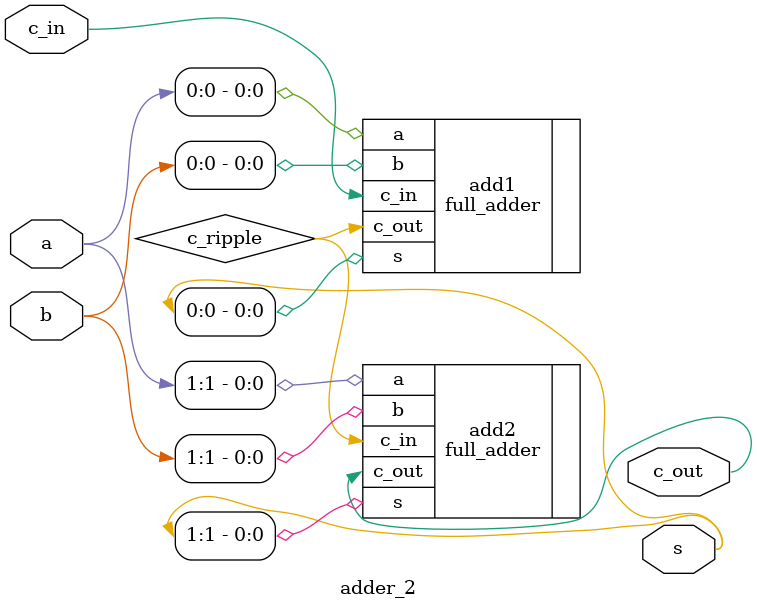
<source format=v>
`timescale 1ns / 1ps

module adder_2(
	input [1:0] a,
	input [1:0] b,
	input c_in,
	output [1:0] s,
	output c_out
);
	 
	wire c_ripple;
	
	full_adder add1(
		.a(a[0]),
		.b(b[0]),
		.c_in(c_in),
		.s(s[0]),
		.c_out(c_ripple)
	);
						  
	full_adder add2(
		.a(a[1]),
		.b(b[1]),
		.c_in(c_ripple),
		.s(s[1]),
		.c_out(c_out)
	);

endmodule

</source>
